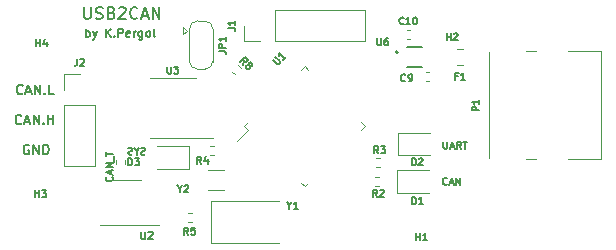
<source format=gbr>
%TF.GenerationSoftware,KiCad,Pcbnew,(5.1.10)-1*%
%TF.CreationDate,2022-11-03T02:13:26+01:00*%
%TF.ProjectId,can2usb,63616e32-7573-4622-9e6b-696361645f70,rev?*%
%TF.SameCoordinates,Original*%
%TF.FileFunction,Legend,Top*%
%TF.FilePolarity,Positive*%
%FSLAX46Y46*%
G04 Gerber Fmt 4.6, Leading zero omitted, Abs format (unit mm)*
G04 Created by KiCad (PCBNEW (5.1.10)-1) date 2022-11-03 02:13:26*
%MOMM*%
%LPD*%
G01*
G04 APERTURE LIST*
%ADD10C,0.150000*%
%ADD11C,0.175000*%
%ADD12C,0.127000*%
%ADD13C,0.200000*%
%ADD14C,0.120000*%
G04 APERTURE END LIST*
D10*
X116750666Y-75246666D02*
X116750666Y-74546666D01*
X116750666Y-74813333D02*
X116817333Y-74780000D01*
X116950666Y-74780000D01*
X117017333Y-74813333D01*
X117050666Y-74846666D01*
X117084000Y-74913333D01*
X117084000Y-75113333D01*
X117050666Y-75180000D01*
X117017333Y-75213333D01*
X116950666Y-75246666D01*
X116817333Y-75246666D01*
X116750666Y-75213333D01*
X117317333Y-74780000D02*
X117484000Y-75246666D01*
X117650666Y-74780000D02*
X117484000Y-75246666D01*
X117417333Y-75413333D01*
X117384000Y-75446666D01*
X117317333Y-75480000D01*
X118450666Y-75246666D02*
X118450666Y-74546666D01*
X118850666Y-75246666D02*
X118550666Y-74846666D01*
X118850666Y-74546666D02*
X118450666Y-74946666D01*
X119150666Y-75180000D02*
X119184000Y-75213333D01*
X119150666Y-75246666D01*
X119117333Y-75213333D01*
X119150666Y-75180000D01*
X119150666Y-75246666D01*
X119484000Y-75246666D02*
X119484000Y-74546666D01*
X119750666Y-74546666D01*
X119817333Y-74580000D01*
X119850666Y-74613333D01*
X119884000Y-74680000D01*
X119884000Y-74780000D01*
X119850666Y-74846666D01*
X119817333Y-74880000D01*
X119750666Y-74913333D01*
X119484000Y-74913333D01*
X120450666Y-75213333D02*
X120384000Y-75246666D01*
X120250666Y-75246666D01*
X120184000Y-75213333D01*
X120150666Y-75146666D01*
X120150666Y-74880000D01*
X120184000Y-74813333D01*
X120250666Y-74780000D01*
X120384000Y-74780000D01*
X120450666Y-74813333D01*
X120484000Y-74880000D01*
X120484000Y-74946666D01*
X120150666Y-75013333D01*
X120784000Y-75246666D02*
X120784000Y-74780000D01*
X120784000Y-74913333D02*
X120817333Y-74846666D01*
X120850666Y-74813333D01*
X120917333Y-74780000D01*
X120984000Y-74780000D01*
X121517333Y-74780000D02*
X121517333Y-75346666D01*
X121484000Y-75413333D01*
X121450666Y-75446666D01*
X121384000Y-75480000D01*
X121284000Y-75480000D01*
X121217333Y-75446666D01*
X121517333Y-75213333D02*
X121450666Y-75246666D01*
X121317333Y-75246666D01*
X121250666Y-75213333D01*
X121217333Y-75180000D01*
X121184000Y-75113333D01*
X121184000Y-74913333D01*
X121217333Y-74846666D01*
X121250666Y-74813333D01*
X121317333Y-74780000D01*
X121450666Y-74780000D01*
X121517333Y-74813333D01*
X121950666Y-75246666D02*
X121884000Y-75213333D01*
X121850666Y-75180000D01*
X121817333Y-75113333D01*
X121817333Y-74913333D01*
X121850666Y-74846666D01*
X121884000Y-74813333D01*
X121950666Y-74780000D01*
X122050666Y-74780000D01*
X122117333Y-74813333D01*
X122150666Y-74846666D01*
X122184000Y-74913333D01*
X122184000Y-75113333D01*
X122150666Y-75180000D01*
X122117333Y-75213333D01*
X122050666Y-75246666D01*
X121950666Y-75246666D01*
X122584000Y-75246666D02*
X122517333Y-75213333D01*
X122484000Y-75146666D01*
X122484000Y-74546666D01*
X116570523Y-72731380D02*
X116570523Y-73540904D01*
X116618142Y-73636142D01*
X116665761Y-73683761D01*
X116761000Y-73731380D01*
X116951476Y-73731380D01*
X117046714Y-73683761D01*
X117094333Y-73636142D01*
X117141952Y-73540904D01*
X117141952Y-72731380D01*
X117570523Y-73683761D02*
X117713380Y-73731380D01*
X117951476Y-73731380D01*
X118046714Y-73683761D01*
X118094333Y-73636142D01*
X118141952Y-73540904D01*
X118141952Y-73445666D01*
X118094333Y-73350428D01*
X118046714Y-73302809D01*
X117951476Y-73255190D01*
X117761000Y-73207571D01*
X117665761Y-73159952D01*
X117618142Y-73112333D01*
X117570523Y-73017095D01*
X117570523Y-72921857D01*
X117618142Y-72826619D01*
X117665761Y-72779000D01*
X117761000Y-72731380D01*
X117999095Y-72731380D01*
X118141952Y-72779000D01*
X118903857Y-73207571D02*
X119046714Y-73255190D01*
X119094333Y-73302809D01*
X119141952Y-73398047D01*
X119141952Y-73540904D01*
X119094333Y-73636142D01*
X119046714Y-73683761D01*
X118951476Y-73731380D01*
X118570523Y-73731380D01*
X118570523Y-72731380D01*
X118903857Y-72731380D01*
X118999095Y-72779000D01*
X119046714Y-72826619D01*
X119094333Y-72921857D01*
X119094333Y-73017095D01*
X119046714Y-73112333D01*
X118999095Y-73159952D01*
X118903857Y-73207571D01*
X118570523Y-73207571D01*
X119522904Y-72826619D02*
X119570523Y-72779000D01*
X119665761Y-72731380D01*
X119903857Y-72731380D01*
X119999095Y-72779000D01*
X120046714Y-72826619D01*
X120094333Y-72921857D01*
X120094333Y-73017095D01*
X120046714Y-73159952D01*
X119475285Y-73731380D01*
X120094333Y-73731380D01*
X121094333Y-73636142D02*
X121046714Y-73683761D01*
X120903857Y-73731380D01*
X120808619Y-73731380D01*
X120665761Y-73683761D01*
X120570523Y-73588523D01*
X120522904Y-73493285D01*
X120475285Y-73302809D01*
X120475285Y-73159952D01*
X120522904Y-72969476D01*
X120570523Y-72874238D01*
X120665761Y-72779000D01*
X120808619Y-72731380D01*
X120903857Y-72731380D01*
X121046714Y-72779000D01*
X121094333Y-72826619D01*
X121475285Y-73445666D02*
X121951476Y-73445666D01*
X121380047Y-73731380D02*
X121713380Y-72731380D01*
X122046714Y-73731380D01*
X122380047Y-73731380D02*
X122380047Y-72731380D01*
X122951476Y-73731380D01*
X122951476Y-72731380D01*
X111912476Y-84436000D02*
X111836285Y-84397904D01*
X111722000Y-84397904D01*
X111607714Y-84436000D01*
X111531523Y-84512190D01*
X111493428Y-84588380D01*
X111455333Y-84740761D01*
X111455333Y-84855047D01*
X111493428Y-85007428D01*
X111531523Y-85083619D01*
X111607714Y-85159809D01*
X111722000Y-85197904D01*
X111798190Y-85197904D01*
X111912476Y-85159809D01*
X111950571Y-85121714D01*
X111950571Y-84855047D01*
X111798190Y-84855047D01*
X112293428Y-85197904D02*
X112293428Y-84397904D01*
X112750571Y-85197904D01*
X112750571Y-84397904D01*
X113131523Y-85197904D02*
X113131523Y-84397904D01*
X113322000Y-84397904D01*
X113436285Y-84436000D01*
X113512476Y-84512190D01*
X113550571Y-84588380D01*
X113588666Y-84740761D01*
X113588666Y-84855047D01*
X113550571Y-85007428D01*
X113512476Y-85083619D01*
X113436285Y-85159809D01*
X113322000Y-85197904D01*
X113131523Y-85197904D01*
X111366428Y-80041714D02*
X111328333Y-80079809D01*
X111214047Y-80117904D01*
X111137857Y-80117904D01*
X111023571Y-80079809D01*
X110947380Y-80003619D01*
X110909285Y-79927428D01*
X110871190Y-79775047D01*
X110871190Y-79660761D01*
X110909285Y-79508380D01*
X110947380Y-79432190D01*
X111023571Y-79356000D01*
X111137857Y-79317904D01*
X111214047Y-79317904D01*
X111328333Y-79356000D01*
X111366428Y-79394095D01*
X111671190Y-79889333D02*
X112052142Y-79889333D01*
X111595000Y-80117904D02*
X111861666Y-79317904D01*
X112128333Y-80117904D01*
X112395000Y-80117904D02*
X112395000Y-79317904D01*
X112852142Y-80117904D01*
X112852142Y-79317904D01*
X113233095Y-80041714D02*
X113271190Y-80079809D01*
X113233095Y-80117904D01*
X113195000Y-80079809D01*
X113233095Y-80041714D01*
X113233095Y-80117904D01*
X113995000Y-80117904D02*
X113614047Y-80117904D01*
X113614047Y-79317904D01*
X111271190Y-82581714D02*
X111233095Y-82619809D01*
X111118809Y-82657904D01*
X111042619Y-82657904D01*
X110928333Y-82619809D01*
X110852142Y-82543619D01*
X110814047Y-82467428D01*
X110775952Y-82315047D01*
X110775952Y-82200761D01*
X110814047Y-82048380D01*
X110852142Y-81972190D01*
X110928333Y-81896000D01*
X111042619Y-81857904D01*
X111118809Y-81857904D01*
X111233095Y-81896000D01*
X111271190Y-81934095D01*
X111575952Y-82429333D02*
X111956904Y-82429333D01*
X111499761Y-82657904D02*
X111766428Y-81857904D01*
X112033095Y-82657904D01*
X112299761Y-82657904D02*
X112299761Y-81857904D01*
X112756904Y-82657904D01*
X112756904Y-81857904D01*
X113137857Y-82581714D02*
X113175952Y-82619809D01*
X113137857Y-82657904D01*
X113099761Y-82619809D01*
X113137857Y-82581714D01*
X113137857Y-82657904D01*
X113518809Y-82657904D02*
X113518809Y-81857904D01*
X113518809Y-82238857D02*
X113975952Y-82238857D01*
X113975952Y-82657904D02*
X113975952Y-81857904D01*
X121745285Y-85205857D02*
X121659571Y-85234428D01*
X121516714Y-85234428D01*
X121459571Y-85205857D01*
X121431000Y-85177285D01*
X121402428Y-85120142D01*
X121402428Y-85063000D01*
X121431000Y-85005857D01*
X121459571Y-84977285D01*
X121516714Y-84948714D01*
X121631000Y-84920142D01*
X121688142Y-84891571D01*
X121716714Y-84863000D01*
X121745285Y-84805857D01*
X121745285Y-84748714D01*
X121716714Y-84691571D01*
X121688142Y-84663000D01*
X121631000Y-84634428D01*
X121488142Y-84634428D01*
X121402428Y-84663000D01*
X121031000Y-84948714D02*
X121031000Y-85234428D01*
X121231000Y-84634428D02*
X121031000Y-84948714D01*
X120831000Y-84634428D01*
X120659571Y-85205857D02*
X120573857Y-85234428D01*
X120431000Y-85234428D01*
X120373857Y-85205857D01*
X120345285Y-85177285D01*
X120316714Y-85120142D01*
X120316714Y-85063000D01*
X120345285Y-85005857D01*
X120373857Y-84977285D01*
X120431000Y-84948714D01*
X120545285Y-84920142D01*
X120602428Y-84891571D01*
X120631000Y-84863000D01*
X120659571Y-84805857D01*
X120659571Y-84748714D01*
X120631000Y-84691571D01*
X120602428Y-84663000D01*
X120545285Y-84634428D01*
X120402428Y-84634428D01*
X120316714Y-84663000D01*
X147315285Y-87717285D02*
X147286714Y-87745857D01*
X147201000Y-87774428D01*
X147143857Y-87774428D01*
X147058142Y-87745857D01*
X147001000Y-87688714D01*
X146972428Y-87631571D01*
X146943857Y-87517285D01*
X146943857Y-87431571D01*
X146972428Y-87317285D01*
X147001000Y-87260142D01*
X147058142Y-87203000D01*
X147143857Y-87174428D01*
X147201000Y-87174428D01*
X147286714Y-87203000D01*
X147315285Y-87231571D01*
X147543857Y-87603000D02*
X147829571Y-87603000D01*
X147486714Y-87774428D02*
X147686714Y-87174428D01*
X147886714Y-87774428D01*
X148086714Y-87774428D02*
X148086714Y-87174428D01*
X148429571Y-87774428D01*
X148429571Y-87174428D01*
D11*
D10*
X146997857Y-84126428D02*
X146997857Y-84612142D01*
X147026428Y-84669285D01*
X147055000Y-84697857D01*
X147112142Y-84726428D01*
X147226428Y-84726428D01*
X147283571Y-84697857D01*
X147312142Y-84669285D01*
X147340714Y-84612142D01*
X147340714Y-84126428D01*
X147597857Y-84555000D02*
X147883571Y-84555000D01*
X147540714Y-84726428D02*
X147740714Y-84126428D01*
X147940714Y-84726428D01*
X148483571Y-84726428D02*
X148283571Y-84440714D01*
X148140714Y-84726428D02*
X148140714Y-84126428D01*
X148369285Y-84126428D01*
X148426428Y-84155000D01*
X148455000Y-84183571D01*
X148483571Y-84240714D01*
X148483571Y-84326428D01*
X148455000Y-84383571D01*
X148426428Y-84412142D01*
X148369285Y-84440714D01*
X148140714Y-84440714D01*
X148655000Y-84126428D02*
X148997857Y-84126428D01*
X148826428Y-84726428D02*
X148826428Y-84126428D01*
D11*
D12*
%TO.C,U6*%
X143901000Y-77782000D02*
X145151000Y-77782000D01*
X143901000Y-76142000D02*
X145151000Y-76142000D01*
D13*
X143151000Y-76562000D02*
G75*
G03*
X143151000Y-76562000I-100000J0D01*
G01*
D14*
%TO.C,Y2*%
X128457000Y-86501000D02*
X127107000Y-86501000D01*
X128457000Y-88251000D02*
X127107000Y-88251000D01*
%TO.C,Y1*%
X133057000Y-89132000D02*
X127307000Y-89132000D01*
X127307000Y-89132000D02*
X127307000Y-92732000D01*
X127307000Y-92732000D02*
X133057000Y-92732000D01*
%TO.C,U3*%
X124079000Y-78720000D02*
X122129000Y-78720000D01*
X124079000Y-78720000D02*
X126029000Y-78720000D01*
X124079000Y-83840000D02*
X122129000Y-83840000D01*
X124079000Y-83840000D02*
X127529000Y-83840000D01*
%TO.C,U2*%
X118388000Y-87361000D02*
X121388000Y-87361000D01*
X122888000Y-91201000D02*
X117888000Y-91201000D01*
%TO.C,U1*%
X140042113Y-83122198D02*
X140360311Y-82804000D01*
X140360311Y-82804000D02*
X140042113Y-82485802D01*
X135573198Y-87591113D02*
X135255000Y-87909311D01*
X135255000Y-87909311D02*
X134936802Y-87591113D01*
X134936802Y-78016887D02*
X135255000Y-77698689D01*
X135255000Y-77698689D02*
X135573198Y-78016887D01*
X130467887Y-82485802D02*
X130149689Y-82804000D01*
X130149689Y-82804000D02*
X130467887Y-83122198D01*
X130467887Y-83122198D02*
X129555719Y-84034366D01*
%TO.C,CAN_T*%
X120014000Y-85646879D02*
X120014000Y-85982121D01*
X119254000Y-85646879D02*
X119254000Y-85982121D01*
%TO.C,R8*%
X129326325Y-78428727D02*
X129089273Y-78191675D01*
X129863727Y-77891325D02*
X129626675Y-77654273D01*
%TO.C,R5*%
X125681121Y-90931000D02*
X125345879Y-90931000D01*
X125681121Y-90171000D02*
X125345879Y-90171000D01*
%TO.C,R4*%
X127250879Y-84456000D02*
X127586121Y-84456000D01*
X127250879Y-85216000D02*
X127586121Y-85216000D01*
%TO.C,R3*%
X141645621Y-86232000D02*
X141310379Y-86232000D01*
X141645621Y-85472000D02*
X141310379Y-85472000D01*
%TO.C,R2*%
X141556121Y-87883000D02*
X141220879Y-87883000D01*
X141556121Y-87123000D02*
X141220879Y-87123000D01*
%TO.C,P1*%
X160304500Y-85630500D02*
X160304500Y-76440500D01*
X150894500Y-85510500D02*
X150894500Y-76560500D01*
X157574500Y-76440500D02*
X160304500Y-76440500D01*
X157574500Y-85630500D02*
X160304500Y-85630500D01*
X153974500Y-76440500D02*
X154874500Y-76440500D01*
X153974500Y-85630500D02*
X154874500Y-85630500D01*
%TO.C,JP1*%
X125292000Y-74746000D02*
X124992000Y-75046000D01*
X124992000Y-74446000D02*
X124992000Y-75046000D01*
X125292000Y-74746000D02*
X124992000Y-74446000D01*
X126192000Y-73896000D02*
X126792000Y-73896000D01*
X125492000Y-77346000D02*
X125492000Y-74546000D01*
X126792000Y-77996000D02*
X126192000Y-77996000D01*
X127492000Y-74546000D02*
X127492000Y-77346000D01*
X126792000Y-73896000D02*
G75*
G02*
X127492000Y-74596000I0J-700000D01*
G01*
X125492000Y-74596000D02*
G75*
G02*
X126192000Y-73896000I700000J0D01*
G01*
X126192000Y-77996000D02*
G75*
G02*
X125492000Y-77296000I0J700000D01*
G01*
X127492000Y-77296000D02*
G75*
G02*
X126792000Y-77996000I-700000J0D01*
G01*
%TO.C,J2*%
X114875000Y-86166000D02*
X117535000Y-86166000D01*
X114875000Y-81026000D02*
X114875000Y-86166000D01*
X117535000Y-81026000D02*
X117535000Y-86166000D01*
X114875000Y-81026000D02*
X117535000Y-81026000D01*
X114875000Y-79756000D02*
X114875000Y-78426000D01*
X114875000Y-78426000D02*
X116205000Y-78426000D01*
%TO.C,J1*%
X140395000Y-75625000D02*
X140395000Y-72965000D01*
X132715000Y-75625000D02*
X140395000Y-75625000D01*
X132715000Y-72965000D02*
X140395000Y-72965000D01*
X132715000Y-75625000D02*
X132715000Y-72965000D01*
X131445000Y-75625000D02*
X130115000Y-75625000D01*
X130115000Y-75625000D02*
X130115000Y-74295000D01*
%TO.C,F1*%
X148673078Y-77672000D02*
X148155922Y-77672000D01*
X148673078Y-76252000D02*
X148155922Y-76252000D01*
%TO.C,D3*%
X122776500Y-86431000D02*
X125461500Y-86431000D01*
X125461500Y-86431000D02*
X125461500Y-84511000D01*
X125461500Y-84511000D02*
X122776500Y-84511000D01*
%TO.C,D2*%
X145858500Y-83368000D02*
X143173500Y-83368000D01*
X143173500Y-83368000D02*
X143173500Y-85288000D01*
X143173500Y-85288000D02*
X145858500Y-85288000D01*
%TO.C,D1*%
X145780000Y-86543000D02*
X143095000Y-86543000D01*
X143095000Y-86543000D02*
X143095000Y-88463000D01*
X143095000Y-88463000D02*
X145780000Y-88463000D01*
%TO.C,C10*%
X144133835Y-75417000D02*
X143902165Y-75417000D01*
X144133835Y-74697000D02*
X143902165Y-74697000D01*
%TO.C,C9*%
X145553165Y-78253000D02*
X145784835Y-78253000D01*
X145553165Y-78973000D02*
X145784835Y-78973000D01*
%TO.C,H4*%
D10*
X112537857Y-76055428D02*
X112537857Y-75455428D01*
X112537857Y-75741142D02*
X112880714Y-75741142D01*
X112880714Y-76055428D02*
X112880714Y-75455428D01*
X113423571Y-75655428D02*
X113423571Y-76055428D01*
X113280714Y-75426857D02*
X113137857Y-75855428D01*
X113509285Y-75855428D01*
%TO.C,U6*%
X141401857Y-75363428D02*
X141401857Y-75849142D01*
X141430428Y-75906285D01*
X141459000Y-75934857D01*
X141516142Y-75963428D01*
X141630428Y-75963428D01*
X141687571Y-75934857D01*
X141716142Y-75906285D01*
X141744714Y-75849142D01*
X141744714Y-75363428D01*
X142287571Y-75363428D02*
X142173285Y-75363428D01*
X142116142Y-75392000D01*
X142087571Y-75420571D01*
X142030428Y-75506285D01*
X142001857Y-75620571D01*
X142001857Y-75849142D01*
X142030428Y-75906285D01*
X142059000Y-75934857D01*
X142116142Y-75963428D01*
X142230428Y-75963428D01*
X142287571Y-75934857D01*
X142316142Y-75906285D01*
X142344714Y-75849142D01*
X142344714Y-75706285D01*
X142316142Y-75649142D01*
X142287571Y-75620571D01*
X142230428Y-75592000D01*
X142116142Y-75592000D01*
X142059000Y-75620571D01*
X142030428Y-75649142D01*
X142001857Y-75706285D01*
%TO.C,Y2*%
X124682285Y-88123714D02*
X124682285Y-88409428D01*
X124482285Y-87809428D02*
X124682285Y-88123714D01*
X124882285Y-87809428D01*
X125053714Y-87866571D02*
X125082285Y-87838000D01*
X125139428Y-87809428D01*
X125282285Y-87809428D01*
X125339428Y-87838000D01*
X125368000Y-87866571D01*
X125396571Y-87923714D01*
X125396571Y-87980857D01*
X125368000Y-88066571D01*
X125025142Y-88409428D01*
X125396571Y-88409428D01*
%TO.C,Y1*%
X133953285Y-89520714D02*
X133953285Y-89806428D01*
X133753285Y-89206428D02*
X133953285Y-89520714D01*
X134153285Y-89206428D01*
X134667571Y-89806428D02*
X134324714Y-89806428D01*
X134496142Y-89806428D02*
X134496142Y-89206428D01*
X134439000Y-89292142D01*
X134381857Y-89349285D01*
X134324714Y-89377857D01*
%TO.C,U3*%
X123621857Y-77776428D02*
X123621857Y-78262142D01*
X123650428Y-78319285D01*
X123679000Y-78347857D01*
X123736142Y-78376428D01*
X123850428Y-78376428D01*
X123907571Y-78347857D01*
X123936142Y-78319285D01*
X123964714Y-78262142D01*
X123964714Y-77776428D01*
X124193285Y-77776428D02*
X124564714Y-77776428D01*
X124364714Y-78005000D01*
X124450428Y-78005000D01*
X124507571Y-78033571D01*
X124536142Y-78062142D01*
X124564714Y-78119285D01*
X124564714Y-78262142D01*
X124536142Y-78319285D01*
X124507571Y-78347857D01*
X124450428Y-78376428D01*
X124279000Y-78376428D01*
X124221857Y-78347857D01*
X124193285Y-78319285D01*
%TO.C,U2*%
X121430857Y-91752428D02*
X121430857Y-92238142D01*
X121459428Y-92295285D01*
X121488000Y-92323857D01*
X121545142Y-92352428D01*
X121659428Y-92352428D01*
X121716571Y-92323857D01*
X121745142Y-92295285D01*
X121773714Y-92238142D01*
X121773714Y-91752428D01*
X122030857Y-91809571D02*
X122059428Y-91781000D01*
X122116571Y-91752428D01*
X122259428Y-91752428D01*
X122316571Y-91781000D01*
X122345142Y-91809571D01*
X122373714Y-91866714D01*
X122373714Y-91923857D01*
X122345142Y-92009571D01*
X122002285Y-92352428D01*
X122373714Y-92352428D01*
%TO.C,U1*%
X132540416Y-77179913D02*
X132883867Y-77523365D01*
X132944477Y-77543568D01*
X132984883Y-77543568D01*
X133045492Y-77523365D01*
X133126304Y-77442553D01*
X133146507Y-77381944D01*
X133146507Y-77341538D01*
X133126304Y-77280928D01*
X132782852Y-76937477D01*
X133631380Y-76937477D02*
X133388944Y-77179913D01*
X133510162Y-77058695D02*
X133085898Y-76634431D01*
X133106101Y-76735446D01*
X133106101Y-76816258D01*
X133085898Y-76876867D01*
%TO.C,CAN_T*%
X118959285Y-87075857D02*
X118987857Y-87104428D01*
X119016428Y-87190142D01*
X119016428Y-87247285D01*
X118987857Y-87333000D01*
X118930714Y-87390142D01*
X118873571Y-87418714D01*
X118759285Y-87447285D01*
X118673571Y-87447285D01*
X118559285Y-87418714D01*
X118502142Y-87390142D01*
X118445000Y-87333000D01*
X118416428Y-87247285D01*
X118416428Y-87190142D01*
X118445000Y-87104428D01*
X118473571Y-87075857D01*
X118845000Y-86847285D02*
X118845000Y-86561571D01*
X119016428Y-86904428D02*
X118416428Y-86704428D01*
X119016428Y-86504428D01*
X119016428Y-86304428D02*
X118416428Y-86304428D01*
X119016428Y-85961571D01*
X118416428Y-85961571D01*
X119073571Y-85818714D02*
X119073571Y-85361571D01*
X118416428Y-85304428D02*
X118416428Y-84961571D01*
X119016428Y-85133000D02*
X118416428Y-85133000D01*
%TO.C,R8*%
X130061364Y-77613222D02*
X130121973Y-77269770D01*
X129818927Y-77370785D02*
X130243191Y-76946521D01*
X130404816Y-77108146D01*
X130425019Y-77168755D01*
X130425019Y-77209161D01*
X130404816Y-77269770D01*
X130344207Y-77330379D01*
X130283597Y-77350582D01*
X130243191Y-77350582D01*
X130182582Y-77330379D01*
X130020958Y-77168755D01*
X130546237Y-77613222D02*
X130526034Y-77552613D01*
X130526034Y-77512207D01*
X130546237Y-77451597D01*
X130566440Y-77431394D01*
X130627049Y-77411191D01*
X130667455Y-77411191D01*
X130728065Y-77431394D01*
X130808877Y-77512207D01*
X130829080Y-77572816D01*
X130829080Y-77613222D01*
X130808877Y-77673831D01*
X130788674Y-77694034D01*
X130728065Y-77714237D01*
X130687658Y-77714237D01*
X130627049Y-77694034D01*
X130546237Y-77613222D01*
X130485628Y-77593019D01*
X130445222Y-77593019D01*
X130384613Y-77613222D01*
X130303800Y-77694034D01*
X130283597Y-77754643D01*
X130283597Y-77795049D01*
X130303800Y-77855658D01*
X130384613Y-77936471D01*
X130445222Y-77956674D01*
X130485628Y-77956674D01*
X130546237Y-77936471D01*
X130627049Y-77855658D01*
X130647252Y-77795049D01*
X130647252Y-77754643D01*
X130627049Y-77694034D01*
%TO.C,R5*%
X125413500Y-91992428D02*
X125213500Y-91706714D01*
X125070642Y-91992428D02*
X125070642Y-91392428D01*
X125299214Y-91392428D01*
X125356357Y-91421000D01*
X125384928Y-91449571D01*
X125413500Y-91506714D01*
X125413500Y-91592428D01*
X125384928Y-91649571D01*
X125356357Y-91678142D01*
X125299214Y-91706714D01*
X125070642Y-91706714D01*
X125956357Y-91392428D02*
X125670642Y-91392428D01*
X125642071Y-91678142D01*
X125670642Y-91649571D01*
X125727785Y-91621000D01*
X125870642Y-91621000D01*
X125927785Y-91649571D01*
X125956357Y-91678142D01*
X125984928Y-91735285D01*
X125984928Y-91878142D01*
X125956357Y-91935285D01*
X125927785Y-91963857D01*
X125870642Y-91992428D01*
X125727785Y-91992428D01*
X125670642Y-91963857D01*
X125642071Y-91935285D01*
%TO.C,R4*%
X126519000Y-85996428D02*
X126319000Y-85710714D01*
X126176142Y-85996428D02*
X126176142Y-85396428D01*
X126404714Y-85396428D01*
X126461857Y-85425000D01*
X126490428Y-85453571D01*
X126519000Y-85510714D01*
X126519000Y-85596428D01*
X126490428Y-85653571D01*
X126461857Y-85682142D01*
X126404714Y-85710714D01*
X126176142Y-85710714D01*
X127033285Y-85596428D02*
X127033285Y-85996428D01*
X126890428Y-85367857D02*
X126747571Y-85796428D01*
X127119000Y-85796428D01*
%TO.C,R3*%
X141505000Y-85107428D02*
X141305000Y-84821714D01*
X141162142Y-85107428D02*
X141162142Y-84507428D01*
X141390714Y-84507428D01*
X141447857Y-84536000D01*
X141476428Y-84564571D01*
X141505000Y-84621714D01*
X141505000Y-84707428D01*
X141476428Y-84764571D01*
X141447857Y-84793142D01*
X141390714Y-84821714D01*
X141162142Y-84821714D01*
X141705000Y-84507428D02*
X142076428Y-84507428D01*
X141876428Y-84736000D01*
X141962142Y-84736000D01*
X142019285Y-84764571D01*
X142047857Y-84793142D01*
X142076428Y-84850285D01*
X142076428Y-84993142D01*
X142047857Y-85050285D01*
X142019285Y-85078857D01*
X141962142Y-85107428D01*
X141790714Y-85107428D01*
X141733571Y-85078857D01*
X141705000Y-85050285D01*
%TO.C,R2*%
X141378000Y-88790428D02*
X141178000Y-88504714D01*
X141035142Y-88790428D02*
X141035142Y-88190428D01*
X141263714Y-88190428D01*
X141320857Y-88219000D01*
X141349428Y-88247571D01*
X141378000Y-88304714D01*
X141378000Y-88390428D01*
X141349428Y-88447571D01*
X141320857Y-88476142D01*
X141263714Y-88504714D01*
X141035142Y-88504714D01*
X141606571Y-88247571D02*
X141635142Y-88219000D01*
X141692285Y-88190428D01*
X141835142Y-88190428D01*
X141892285Y-88219000D01*
X141920857Y-88247571D01*
X141949428Y-88304714D01*
X141949428Y-88361857D01*
X141920857Y-88447571D01*
X141578000Y-88790428D01*
X141949428Y-88790428D01*
%TO.C,P1*%
X150045928Y-81478357D02*
X149445928Y-81478357D01*
X149445928Y-81249785D01*
X149474500Y-81192642D01*
X149503071Y-81164071D01*
X149560214Y-81135500D01*
X149645928Y-81135500D01*
X149703071Y-81164071D01*
X149731642Y-81192642D01*
X149760214Y-81249785D01*
X149760214Y-81478357D01*
X150045928Y-80564071D02*
X150045928Y-80906928D01*
X150045928Y-80735500D02*
X149445928Y-80735500D01*
X149531642Y-80792642D01*
X149588785Y-80849785D01*
X149617357Y-80906928D01*
%TO.C,JP1*%
X127963428Y-76446000D02*
X128392000Y-76446000D01*
X128477714Y-76474571D01*
X128534857Y-76531714D01*
X128563428Y-76617428D01*
X128563428Y-76674571D01*
X128563428Y-76160285D02*
X127963428Y-76160285D01*
X127963428Y-75931714D01*
X127992000Y-75874571D01*
X128020571Y-75846000D01*
X128077714Y-75817428D01*
X128163428Y-75817428D01*
X128220571Y-75846000D01*
X128249142Y-75874571D01*
X128277714Y-75931714D01*
X128277714Y-76160285D01*
X128563428Y-75246000D02*
X128563428Y-75588857D01*
X128563428Y-75417428D02*
X127963428Y-75417428D01*
X128049142Y-75474571D01*
X128106285Y-75531714D01*
X128134857Y-75588857D01*
%TO.C,J2*%
X116005000Y-77097428D02*
X116005000Y-77526000D01*
X115976428Y-77611714D01*
X115919285Y-77668857D01*
X115833571Y-77697428D01*
X115776428Y-77697428D01*
X116262142Y-77154571D02*
X116290714Y-77126000D01*
X116347857Y-77097428D01*
X116490714Y-77097428D01*
X116547857Y-77126000D01*
X116576428Y-77154571D01*
X116605000Y-77211714D01*
X116605000Y-77268857D01*
X116576428Y-77354571D01*
X116233571Y-77697428D01*
X116605000Y-77697428D01*
%TO.C,J1*%
X128786428Y-74495000D02*
X129215000Y-74495000D01*
X129300714Y-74523571D01*
X129357857Y-74580714D01*
X129386428Y-74666428D01*
X129386428Y-74723571D01*
X129386428Y-73895000D02*
X129386428Y-74237857D01*
X129386428Y-74066428D02*
X128786428Y-74066428D01*
X128872142Y-74123571D01*
X128929285Y-74180714D01*
X128957857Y-74237857D01*
%TO.C,H3*%
X112410857Y-88825428D02*
X112410857Y-88225428D01*
X112410857Y-88511142D02*
X112753714Y-88511142D01*
X112753714Y-88825428D02*
X112753714Y-88225428D01*
X112982285Y-88225428D02*
X113353714Y-88225428D01*
X113153714Y-88454000D01*
X113239428Y-88454000D01*
X113296571Y-88482571D01*
X113325142Y-88511142D01*
X113353714Y-88568285D01*
X113353714Y-88711142D01*
X113325142Y-88768285D01*
X113296571Y-88796857D01*
X113239428Y-88825428D01*
X113068000Y-88825428D01*
X113010857Y-88796857D01*
X112982285Y-88768285D01*
%TO.C,H2*%
X147278857Y-75547428D02*
X147278857Y-74947428D01*
X147278857Y-75233142D02*
X147621714Y-75233142D01*
X147621714Y-75547428D02*
X147621714Y-74947428D01*
X147878857Y-75004571D02*
X147907428Y-74976000D01*
X147964571Y-74947428D01*
X148107428Y-74947428D01*
X148164571Y-74976000D01*
X148193142Y-75004571D01*
X148221714Y-75061714D01*
X148221714Y-75118857D01*
X148193142Y-75204571D01*
X147850285Y-75547428D01*
X148221714Y-75547428D01*
%TO.C,H1*%
X144703857Y-92473428D02*
X144703857Y-91873428D01*
X144703857Y-92159142D02*
X145046714Y-92159142D01*
X145046714Y-92473428D02*
X145046714Y-91873428D01*
X145646714Y-92473428D02*
X145303857Y-92473428D01*
X145475285Y-92473428D02*
X145475285Y-91873428D01*
X145418142Y-91959142D01*
X145361000Y-92016285D01*
X145303857Y-92044857D01*
%TO.C,F1*%
X148214500Y-78569142D02*
X148014500Y-78569142D01*
X148014500Y-78883428D02*
X148014500Y-78283428D01*
X148300214Y-78283428D01*
X148843071Y-78883428D02*
X148500214Y-78883428D01*
X148671642Y-78883428D02*
X148671642Y-78283428D01*
X148614500Y-78369142D01*
X148557357Y-78426285D01*
X148500214Y-78454857D01*
%TO.C,D3*%
X120334142Y-86123428D02*
X120334142Y-85523428D01*
X120477000Y-85523428D01*
X120562714Y-85552000D01*
X120619857Y-85609142D01*
X120648428Y-85666285D01*
X120677000Y-85780571D01*
X120677000Y-85866285D01*
X120648428Y-85980571D01*
X120619857Y-86037714D01*
X120562714Y-86094857D01*
X120477000Y-86123428D01*
X120334142Y-86123428D01*
X120877000Y-85523428D02*
X121248428Y-85523428D01*
X121048428Y-85752000D01*
X121134142Y-85752000D01*
X121191285Y-85780571D01*
X121219857Y-85809142D01*
X121248428Y-85866285D01*
X121248428Y-86009142D01*
X121219857Y-86066285D01*
X121191285Y-86094857D01*
X121134142Y-86123428D01*
X120962714Y-86123428D01*
X120905571Y-86094857D01*
X120877000Y-86066285D01*
%TO.C,D2*%
X144337142Y-86123428D02*
X144337142Y-85523428D01*
X144480000Y-85523428D01*
X144565714Y-85552000D01*
X144622857Y-85609142D01*
X144651428Y-85666285D01*
X144680000Y-85780571D01*
X144680000Y-85866285D01*
X144651428Y-85980571D01*
X144622857Y-86037714D01*
X144565714Y-86094857D01*
X144480000Y-86123428D01*
X144337142Y-86123428D01*
X144908571Y-85580571D02*
X144937142Y-85552000D01*
X144994285Y-85523428D01*
X145137142Y-85523428D01*
X145194285Y-85552000D01*
X145222857Y-85580571D01*
X145251428Y-85637714D01*
X145251428Y-85694857D01*
X145222857Y-85780571D01*
X144880000Y-86123428D01*
X145251428Y-86123428D01*
%TO.C,D1*%
X144337142Y-89425428D02*
X144337142Y-88825428D01*
X144480000Y-88825428D01*
X144565714Y-88854000D01*
X144622857Y-88911142D01*
X144651428Y-88968285D01*
X144680000Y-89082571D01*
X144680000Y-89168285D01*
X144651428Y-89282571D01*
X144622857Y-89339714D01*
X144565714Y-89396857D01*
X144480000Y-89425428D01*
X144337142Y-89425428D01*
X145251428Y-89425428D02*
X144908571Y-89425428D01*
X145080000Y-89425428D02*
X145080000Y-88825428D01*
X145022857Y-88911142D01*
X144965714Y-88968285D01*
X144908571Y-88996857D01*
%TO.C,C10*%
X143632285Y-74128285D02*
X143603714Y-74156857D01*
X143518000Y-74185428D01*
X143460857Y-74185428D01*
X143375142Y-74156857D01*
X143318000Y-74099714D01*
X143289428Y-74042571D01*
X143260857Y-73928285D01*
X143260857Y-73842571D01*
X143289428Y-73728285D01*
X143318000Y-73671142D01*
X143375142Y-73614000D01*
X143460857Y-73585428D01*
X143518000Y-73585428D01*
X143603714Y-73614000D01*
X143632285Y-73642571D01*
X144203714Y-74185428D02*
X143860857Y-74185428D01*
X144032285Y-74185428D02*
X144032285Y-73585428D01*
X143975142Y-73671142D01*
X143918000Y-73728285D01*
X143860857Y-73756857D01*
X144575142Y-73585428D02*
X144632285Y-73585428D01*
X144689428Y-73614000D01*
X144718000Y-73642571D01*
X144746571Y-73699714D01*
X144775142Y-73814000D01*
X144775142Y-73956857D01*
X144746571Y-74071142D01*
X144718000Y-74128285D01*
X144689428Y-74156857D01*
X144632285Y-74185428D01*
X144575142Y-74185428D01*
X144518000Y-74156857D01*
X144489428Y-74128285D01*
X144460857Y-74071142D01*
X144432285Y-73956857D01*
X144432285Y-73814000D01*
X144460857Y-73699714D01*
X144489428Y-73642571D01*
X144518000Y-73614000D01*
X144575142Y-73585428D01*
%TO.C,C9*%
X143791000Y-78954285D02*
X143762428Y-78982857D01*
X143676714Y-79011428D01*
X143619571Y-79011428D01*
X143533857Y-78982857D01*
X143476714Y-78925714D01*
X143448142Y-78868571D01*
X143419571Y-78754285D01*
X143419571Y-78668571D01*
X143448142Y-78554285D01*
X143476714Y-78497142D01*
X143533857Y-78440000D01*
X143619571Y-78411428D01*
X143676714Y-78411428D01*
X143762428Y-78440000D01*
X143791000Y-78468571D01*
X144076714Y-79011428D02*
X144191000Y-79011428D01*
X144248142Y-78982857D01*
X144276714Y-78954285D01*
X144333857Y-78868571D01*
X144362428Y-78754285D01*
X144362428Y-78525714D01*
X144333857Y-78468571D01*
X144305285Y-78440000D01*
X144248142Y-78411428D01*
X144133857Y-78411428D01*
X144076714Y-78440000D01*
X144048142Y-78468571D01*
X144019571Y-78525714D01*
X144019571Y-78668571D01*
X144048142Y-78725714D01*
X144076714Y-78754285D01*
X144133857Y-78782857D01*
X144248142Y-78782857D01*
X144305285Y-78754285D01*
X144333857Y-78725714D01*
X144362428Y-78668571D01*
%TD*%
M02*

</source>
